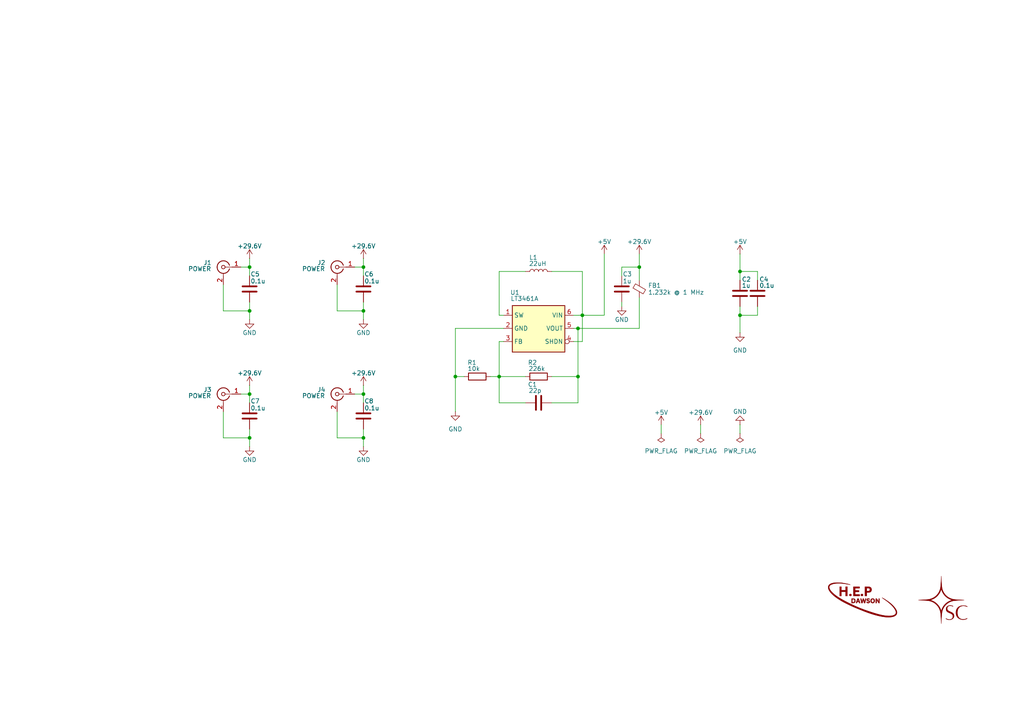
<source format=kicad_sch>
(kicad_sch (version 20231120) (generator "eeschema") (generator_version "8.0")
  (paper "A4")
  (title_block (title "Scintillating Chamber: Photomultiplier Bias Power Supply") (date "2025-02-25") (rev "1") (company "Alex Xia"))
  (lib_symbols
    (symbol "Connector:Conn_Coaxial" (pin_names (offset 1.016) hide)
      (property "Reference" "J" (at 0.254 3.048 0))
      (property "Value" "Conn_Coaxial" (at 2.921 0 90))
      (symbol "Conn_Coaxial_0_1"
        (arc (start -1.778 -0.508) (mid 0.2311 -1.8066) (end 1.778 0) (stroke (width 0.254)))
        (polyline (pts (xy -2.54 0) (xy -0.508 0)))
        (polyline (pts (xy 0 -2.54) (xy 0 -1.778)))
        (circle (center 0 0) (radius 0.508) (stroke (width 0.2032)))
        (arc (start 1.778 0) (mid 0.2099 1.8101) (end -1.778 0.508) (stroke (width 0.254)))
      )
      (symbol "Conn_Coaxial_1_1"
        (pin passive line (at -5.08 0 0) (length 2.54) (name "In") (number "1"))
        (pin passive line (at 0 -5.08 90) (length 2.54) (name "Ext") (number "2"))
      )
    )
    (symbol "Device:C" (pin_numbers hide) (pin_names (offset 0.254))
      (property "Reference" "C" (at 0.635 2.54 0))
      (property "Value" "C" (at 0.635 -2.54 0))
      (symbol "C_0_1"
        (polyline (pts (xy -2.032 -0.762) (xy 2.032 -0.762)) (stroke (width 0.508)))
        (polyline (pts (xy -2.032 0.762) (xy 2.032 0.762)) (stroke (width 0.508)))
      )
      (symbol "C_1_1"
        (pin passive line (at 0 3.81 270) (length 2.794) (name "~") (number "1"))
        (pin passive line (at 0 -3.81 90) (length 2.794) (name "~") (number "2"))
      )
    )
    (symbol "Device:FerriteBead_Small" (pin_numbers hide) (pin_names (offset 0))
      (property "Reference" "FB" (at 1.905 1.27 0))
      (property "Value" "FerriteBead_Small" (at 1.905 -1.27 0))
      (symbol "FerriteBead_Small_0_1"
        (polyline (pts (xy 0 -1.27) (xy 0 -0.7874)))
        (polyline (pts (xy 0 0.889) (xy 0 1.2954)))
        (polyline (pts (xy -1.8288 0.2794) (xy -1.1176 1.4986) (xy 1.8288 -0.2032) (xy 1.1176 -1.4224) (xy -1.8288 0.2794)))
      )
      (symbol "FerriteBead_Small_1_1"
        (pin passive line (at 0 2.54 270) (length 1.27) (name "~") (number "1"))
        (pin passive line (at 0 -2.54 90) (length 1.27) (name "~") (number "2"))
      )
    )
    (symbol "Device:L" (pin_numbers hide) (pin_names (offset 1.016) hide)
      (property "Reference" "L" (at -1.27 0 90))
      (property "Value" "L" (at 1.905 0 90))
      (symbol "L_0_1"
        (arc (start 0 -2.54) (mid 0.6323 -1.905) (end 0 -1.27))
        (arc (start 0 -1.27) (mid 0.6323 -0.635) (end 0 0))
        (arc (start 0 0) (mid 0.6323 0.635) (end 0 1.27))
        (arc (start 0 1.27) (mid 0.6323 1.905) (end 0 2.54))
      )
      (symbol "L_1_1"
        (pin passive line (at 0 3.81 270) (length 1.27) (name "1") (number "1"))
        (pin passive line (at 0 -3.81 90) (length 1.27) (name "2") (number "2"))
      )
    )
    (symbol "Device:R" (pin_numbers hide) (pin_names (offset 0))
      (property "Reference" "R" (at 2.032 0 90))
      (property "Value" "R" (at 0 0 90))
      (symbol "R_0_1"
        (rectangle (start -1.016 -2.54) (end 1.016 2.54) (stroke (width 0.254)))
      )
      (symbol "R_1_1"
        (pin passive line (at 0 3.81 270) (length 1.27) (name "~") (number "1"))
        (pin passive line (at 0 -3.81 90) (length 1.27) (name "~") (number "2"))
      )
    )
    (symbol "hep:LOGO" (pin_names (offset 1.016))
      (symbol "LOGO_0_0"
        (polyline (pts (xy -3.4339 1.1325) (xy -3.3475 1.1658) (xy -3.2761 1.2312) (xy -3.2274 1.3261) (xy -3.213 1.4336) (xy -3.2363 1.5415) (xy -3.2464 1.5629) (xy -3.3105 1.6425) (xy -3.3975 1.6937) (xy -3.4977 1.7167) (xy -3.6013 1.7117) (xy -3.6985 1.6788) (xy -3.7795 1.6183) (xy -3.8345 1.5303) (xy -3.8529 1.444) (xy -3.8415 1.3394) (xy -3.7978 1.2453) (xy -3.7271 1.1722) (xy -3.6347 1.1306) (xy -3.5407 1.1209) (xy -3.4339 1.1325)) (stroke (width 0.01)) (fill (type outline)))
        (polyline (pts (xy -0.1359 1.1267) (xy -0.0434 1.1491) (xy 0.0255 1.188) (xy 0.0923 1.2702) (xy 0.1297 1.3736) (xy 0.1274 1.4808) (xy 0.084 1.5824) (xy 0.077 1.5926) (xy 0.0088 1.6646) (xy -0.0753 1.7036) (xy -0.1874 1.7156) (xy -0.2359 1.7135) (xy -0.3496 1.6847) (xy -0.4325 1.6232) (xy -0.4832 1.5304) (xy -0.5005 1.4075) (xy -0.4923 1.3273) (xy -0.451 1.2351) (xy -0.3739 1.1696) (xy -0.2596 1.1294) (xy -0.2319 1.125) (xy -0.1359 1.1267)) (stroke (width 0.01)) (fill (type outline)))
        (polyline (pts (xy -6.1411 1.7385) (xy -6.1411 2.3481) (xy -5.5428 2.3481) (xy -4.9445 2.3481) (xy -4.9445 1.7385) (xy -4.9445 1.1289) (xy -4.6736 1.1289) (xy -4.4027 1.1289) (xy -4.4027 2.4723) (xy -4.4027 3.8156) (xy -4.6736 3.8156) (xy -4.9445 3.8156) (xy -4.9445 3.3076) (xy -4.9445 2.7996) (xy -5.5428 2.7996) (xy -6.1411 2.7996) (xy -6.1411 3.3076) (xy -6.1411 3.8156) (xy -6.4008 3.8156) (xy -6.6604 3.8156) (xy -6.6604 2.4723) (xy -6.6604 1.1289) (xy -6.4008 1.1289) (xy -6.1411 1.1289) (xy -6.1411 1.7385)) (stroke (width 0.01)) (fill (type outline)))
        (polyline (pts (xy -0.8579 1.3547) (xy -0.8579 1.5804) (xy -1.5014 1.5804) (xy -2.1449 1.5804) (xy -2.1449 1.9417) (xy -2.1449 2.3029) (xy -1.5917 2.3029) (xy -1.0386 2.3029) (xy -1.0386 2.517) (xy -1.0386 2.7311) (xy -1.5861 2.7372) (xy -2.1336 2.7432) (xy -2.1399 3.0536) (xy -2.1462 3.3641) (xy -1.5133 3.3641) (xy -0.8805 3.3641) (xy -0.8805 3.5899) (xy -0.8805 3.8156) (xy -1.7723 3.8156) (xy -2.6642 3.8156) (xy -2.6642 2.4723) (xy -2.6642 1.1289) (xy -1.7611 1.1289) (xy -0.8579 1.1289) (xy -0.8579 1.3547)) (stroke (width 0.01)) (fill (type outline)))
        (polyline (pts (xy 4.8994 -0.2721) (xy 4.8994 0.3838) (xy 4.7865 0.3838) (xy 4.6736 0.3838) (xy 4.6736 -0.0357) (xy 4.673 -0.1675) (xy 4.6704 -0.2962) (xy 4.6656 -0.384) (xy 4.6584 -0.4335) (xy 4.6488 -0.447) (xy 4.6451 -0.4442) (xy 4.6194 -0.4121) (xy 4.5751 -0.3492) (xy 4.5162 -0.2613) (xy 4.4466 -0.154) (xy 4.37 -0.0331) (xy 4.116 0.3725) (xy 3.9658 0.3792) (xy 3.8157 0.3859) (xy 3.8157 -0.2699) (xy 3.8157 -0.9257) (xy 3.9398 -0.9257) (xy 4.064 -0.9257) (xy 4.064 -0.4741) (xy 4.064 -0.446) (xy 4.0651 -0.3116) (xy 4.0676 -0.1955) (xy 4.0713 -0.1043) (xy 4.0758 -0.0448) (xy 4.0809 -0.0237) (xy 4.0875 -0.03) (xy 4.1154 -0.0684) (xy 4.1611 -0.137) (xy 4.2211 -0.2303) (xy 4.2919 -0.343) (xy 4.37 -0.4696) (xy 4.6421 -0.9144) (xy 4.7707 -0.9212) (xy 4.8994 -0.9279) (xy 4.8994 -0.2721)) (stroke (width 0.01)) (fill (type outline)))
        (polyline (pts (xy -2.8604 -0.9219) (xy -2.824 -0.9209) (xy -2.699 -0.9167) (xy -2.6073 -0.9113) (xy -2.5395 -0.9033) (xy -2.4862 -0.8912) (xy -2.4377 -0.8736) (xy -2.3846 -0.8489) (xy -2.2666 -0.7738) (xy -2.1743 -0.671) (xy -2.1136 -0.5411) (xy -2.0831 -0.3813) (xy -2.0816 -0.1887) (xy -2.0827 -0.1719) (xy -2.1102 -0.0058) (xy -2.1673 0.1289) (xy -2.257 0.2372) (xy -2.3819 0.3235) (xy -2.4201 0.3417) (xy -2.4632 0.3554) (xy -2.5184 0.365) (xy -2.5939 0.3716) (xy -2.6981 0.3762) (xy -2.8391 0.3799) (xy -3.206 0.3877) (xy -3.206 -0.2717) (xy -3.206 -0.6999) (xy -2.9587 -0.6999) (xy -2.9525 -0.2653) (xy -2.9464 0.1693) (xy -2.7883 0.1757) (xy -2.7589 0.1766) (xy -2.6686 0.1743) (xy -2.5983 0.1601) (xy -2.5287 0.1305) (xy -2.5172 0.1245) (xy -2.4331 0.063) (xy -2.3773 -0.0188) (xy -2.3465 -0.128) (xy -2.3374 -0.2714) (xy -2.3433 -0.3784) (xy -2.3703 -0.4907) (xy -2.4228 -0.5778) (xy -2.505 -0.649) (xy -2.5486 -0.674) (xy -2.5997 -0.6901) (xy -2.6689 -0.6979) (xy -2.7696 -0.6999) (xy -2.9587 -0.6999) (xy -3.206 -0.6999) (xy -3.206 -0.9312) (xy -2.8604 -0.9219)) (stroke (width 0.01)) (fill (type outline)))
        (polyline (pts (xy -1.6225 -0.7676) (xy -1.5716 -0.6096) (xy -1.3177 -0.6096) (xy -1.0638 -0.6096) (xy -1.0129 -0.7676) (xy -0.962 -0.9257) (xy -0.8309 -0.9257) (xy -0.7734 -0.9239) (xy -0.7209 -0.9178) (xy -0.7012 -0.9088) (xy -0.702 -0.9054) (xy -0.7137 -0.8684) (xy -0.738 -0.796) (xy -0.7729 -0.6934) (xy -0.8166 -0.5663) (xy -0.8673 -0.4199) (xy -0.923 -0.2596) (xy -1.1436 0.3725) (xy -1.313 0.3791) (xy -1.4823 0.3856) (xy -1.7012 -0.2531) (xy -1.7202 -0.3087) (xy -1.7439 -0.3782) (xy -1.4901 -0.3782) (xy -1.4901 -0.3758) (xy -1.4819 -0.3333) (xy -1.4625 -0.2657) (xy -1.4355 -0.1828) (xy -1.4043 -0.0944) (xy -1.3726 -0.0101) (xy -1.3437 0.0603) (xy -1.3214 0.1071) (xy -1.3091 0.1205) (xy -1.2966 0.0949) (xy -1.2739 0.0345) (xy -1.2446 -0.0511) (xy -1.2121 -0.1524) (xy -1.1331 -0.4064) (xy -1.3116 -0.4064) (xy -1.3348 -0.4063) (xy -1.4242 -0.4028) (xy -1.4744 -0.3937) (xy -1.4901 -0.3782) (xy -1.7439 -0.3782) (xy -1.7738 -0.4658) (xy -1.8216 -0.6073) (xy -1.8619 -0.7278) (xy -1.8928 -0.8218) (xy -1.9127 -0.8839) (xy -1.9196 -0.9088) (xy -1.9088 -0.9156) (xy -1.864 -0.9229) (xy -1.7962 -0.9257) (xy -1.6734 -0.9257) (xy -1.6225 -0.7676)) (stroke (width 0.01)) (fill (type outline)))
        (polyline (pts (xy 1.2192 1.6369) (xy 1.2192 2.1449) (xy 1.5784 2.1449) (xy 1.7257 2.146) (xy 1.8428 2.1499) (xy 1.9333 2.1575) (xy 2.0064 2.1694) (xy 2.0717 2.1866) (xy 2.2183 2.246) (xy 2.3673 2.3461) (xy 2.4823 2.4751) (xy 2.5625 2.6319) (xy 2.6069 2.815) (xy 2.6148 3.0232) (xy 2.6029 3.1428) (xy 2.5554 3.3259) (xy 2.4733 3.48) (xy 2.3566 3.6053) (xy 2.2051 3.7022) (xy 2.1842 3.7122) (xy 2.1142 3.7426) (xy 2.0436 3.7665) (xy 1.9659 3.7847) (xy 1.8749 3.7978) (xy 1.7641 3.8068) (xy 1.6273 3.8122) (xy 1.458 3.8149) (xy 1.25 3.8157) (xy 0.6773 3.8156) (xy 0.6773 2.9803) (xy 1.2192 2.9803) (xy 1.2192 3.4092) (xy 1.4168 3.4091) (xy 1.4464 3.4089) (xy 1.6141 3.4016) (xy 1.7569 3.3842) (xy 1.8683 3.3578) (xy 1.9416 3.3235) (xy 1.9599 3.3076) (xy 2.0075 3.2509) (xy 2.0506 3.1822) (xy 2.0571 3.1695) (xy 2.0848 3.1016) (xy 2.0954 3.033) (xy 2.0928 2.9418) (xy 2.0842 2.8681) (xy 2.0498 2.7523) (xy 1.9888 2.666) (xy 1.8969 2.6021) (xy 1.8837 2.5955) (xy 1.8369 2.576) (xy 1.7863 2.5632) (xy 1.7215 2.5557) (xy 1.6321 2.5522) (xy 1.5079 2.5513) (xy 1.2192 2.5513) (xy 1.2192 2.9803) (xy 0.6773 2.9803) (xy 0.6773 2.4723) (xy 0.6773 1.1289) (xy 0.9483 1.1289) (xy 1.2192 1.1289) (xy 1.2192 1.6369)) (stroke (width 0.01)) (fill (type outline)))
        (polyline (pts (xy 3.0658 -0.9236) (xy 3.2085 -0.8707) (xy 3.331 -0.7846) (xy 3.4271 -0.6688) (xy 3.4903 -0.5271) (xy 3.4914 -0.523) (xy 3.5111 -0.4134) (xy 3.5181 -0.2831) (xy 3.513 -0.1482) (xy 3.4963 -0.0249) (xy 3.4688 0.0707) (xy 3.4672 0.0742) (xy 3.387 0.2082) (xy 3.2786 0.3071) (xy 3.1414 0.3715) (xy 2.9749 0.4015) (xy 2.883 0.404) (xy 2.7171 0.3819) (xy 2.5779 0.3236) (xy 2.4652 0.2289) (xy 2.3788 0.0976) (xy 2.3554 0.0479) (xy 2.3336 -0.0112) (xy 2.3213 -0.0727) (xy 2.3159 -0.1507) (xy 2.3149 -0.2596) (xy 2.315 -0.2772) (xy 2.3159 -0.311) (xy 2.5742 -0.311) (xy 2.5756 -0.1919) (xy 2.5889 -0.0815) (xy 2.6145 0.0063) (xy 2.6273 0.0326) (xy 2.696 0.1201) (xy 2.7909 0.1717) (xy 2.9143 0.1889) (xy 2.9195 0.1889) (xy 3.0423 0.1705) (xy 3.1376 0.1168) (xy 3.2056 0.0275) (xy 3.2466 -0.0978) (xy 3.2608 -0.2592) (xy 3.2551 -0.3793) (xy 3.2277 -0.5038) (xy 3.1753 -0.5991) (xy 3.0955 -0.6714) (xy 3.0395 -0.7001) (xy 2.9308 -0.721) (xy 2.8187 -0.7065) (xy 2.7153 -0.6591) (xy 2.633 -0.5811) (xy 2.6052 -0.5217) (xy 2.5842 -0.4255) (xy 2.5742 -0.311) (xy 2.3159 -0.311) (xy 2.3178 -0.3881) (xy 2.3262 -0.47) (xy 2.3424 -0.5372) (xy 2.3686 -0.6041) (xy 2.4197 -0.6984) (xy 2.5124 -0.8033) (xy 2.6334 -0.8777) (xy 2.7884 -0.9257) (xy 2.9094 -0.9397) (xy 3.0658 -0.9236)) (stroke (width 0.01)) (fill (type outline)))
        (polyline (pts (xy 1.7415 -0.9324) (xy 1.8755 -0.8962) (xy 1.9838 -0.8321) (xy 2.0623 -0.743) (xy 2.1071 -0.6316) (xy 2.1141 -0.5006) (xy 2.0932 -0.391) (xy 2.0499 -0.3052) (xy 1.9787 -0.2393) (xy 1.8737 -0.1881) (xy 1.7295 -0.1466) (xy 1.652 -0.1276) (xy 1.5388 -0.094) (xy 1.4629 -0.0597) (xy 1.4195 -0.0212) (xy 1.4035 0.025) (xy 1.41 0.0826) (xy 1.4221 0.1123) (xy 1.4736 0.1612) (xy 1.552 0.1884) (xy 1.6481 0.1929) (xy 1.7527 0.1737) (xy 1.8567 0.1298) (xy 1.9437 0.0809) (xy 1.9983 0.1477) (xy 2.0193 0.1743) (xy 2.0483 0.2249) (xy 2.0451 0.2636) (xy 2.0109 0.3035) (xy 1.9727 0.3318) (xy 1.8693 0.3764) (xy 1.7438 0.4015) (xy 1.6091 0.4062) (xy 1.4783 0.3895) (xy 1.3643 0.3505) (xy 1.3111 0.3205) (xy 1.2265 0.2451) (xy 1.1796 0.1494) (xy 1.1662 0.0265) (xy 1.1676 -0.003) (xy 1.1979 -0.1213) (xy 1.267 -0.2171) (xy 1.3741 -0.2895) (xy 1.5184 -0.3378) (xy 1.553 -0.3457) (xy 1.678 -0.3791) (xy 1.7649 -0.4129) (xy 1.8192 -0.4498) (xy 1.8465 -0.4924) (xy 1.8587 -0.5604) (xy 1.8416 -0.6306) (xy 1.7944 -0.6818) (xy 1.7238 -0.7125) (xy 1.6364 -0.7213) (xy 1.5388 -0.7067) (xy 1.4379 -0.6673) (xy 1.3401 -0.6017) (xy 1.3237 -0.5882) (xy 1.2801 -0.5551) (xy 1.2566 -0.5419) (xy 1.2512 -0.5446) (xy 1.2237 -0.572) (xy 1.1849 -0.6194) (xy 1.1534 -0.665) (xy 1.1396 -0.7058) (xy 1.1503 -0.7429) (xy 1.1602 -0.7578) (xy 1.2157 -0.8084) (xy 1.2973 -0.8583) (xy 1.3913 -0.8999) (xy 1.4839 -0.9257) (xy 1.5859 -0.9381) (xy 1.7415 -0.9324)) (stroke (width 0.01)) (fill (type outline)))
        (polyline (pts (xy -0.0249 -0.841) (xy -0.022 -0.83) (xy -0.0056 -0.7668) (xy 0.0185 -0.6737) (xy 0.0475 -0.5613) (xy 0.0788 -0.4403) (xy 0.0804 -0.4342) (xy 0.1156 -0.2982) (xy 0.1415 -0.2) (xy 0.1598 -0.1337) (xy 0.1723 -0.0936) (xy 0.1808 -0.0739) (xy 0.1872 -0.0689) (xy 0.1931 -0.0727) (xy 0.1957 -0.0788) (xy 0.2089 -0.1198) (xy 0.2305 -0.1922) (xy 0.2582 -0.2879) (xy 0.2897 -0.3986) (xy 0.3226 -0.516) (xy 0.3548 -0.6318) (xy 0.3838 -0.738) (xy 0.4074 -0.8261) (xy 0.4232 -0.888) (xy 0.429 -0.9154) (xy 0.4481 -0.9205) (xy 0.501 -0.9242) (xy 0.5757 -0.9257) (xy 0.648 -0.9241) (xy 0.7019 -0.9196) (xy 0.7225 -0.9133) (xy 0.7245 -0.9025) (xy 0.7349 -0.8538) (xy 0.7528 -0.7723) (xy 0.7768 -0.6648) (xy 0.8053 -0.5381) (xy 0.8367 -0.3991) (xy 0.8694 -0.2546) (xy 0.902 -0.1115) (xy 0.9329 0.0234) (xy 0.9604 0.1433) (xy 0.9831 0.2413) (xy 0.9994 0.3106) (xy 1.0078 0.3443) (xy 1.0103 0.3579) (xy 1.0008 0.3745) (xy 0.9649 0.382) (xy 0.8933 0.3838) (xy 0.8409 0.3823) (xy 0.7881 0.3762) (xy 0.7677 0.367) (xy 0.7664 0.3546) (xy 0.7571 0.3023) (xy 0.7405 0.2201) (xy 0.7184 0.1162) (xy 0.6927 -0.0011) (xy 0.6651 -0.1236) (xy 0.6376 -0.2431) (xy 0.6121 -0.3513) (xy 0.5904 -0.4401) (xy 0.5743 -0.5011) (xy 0.5657 -0.5262) (xy 0.5641 -0.5274) (xy 0.5568 -0.5232) (xy 0.5465 -0.5024) (xy 0.532 -0.4612) (xy 0.5123 -0.3958) (xy 0.4861 -0.3021) (xy 0.4524 -0.1763) (xy 0.41 -0.0144) (xy 0.3577 0.1873) (xy 0.3065 0.3859) (xy 0.1941 0.3792) (xy 0.0816 0.3725) (xy -0.0237 -0.0486) (xy -0.0249 -0.0536) (xy -0.0587 -0.1872) (xy -0.0897 -0.3074) (xy -0.116 -0.4066) (xy -0.1354 -0.4772) (xy -0.1461 -0.5115) (xy -0.1479 -0.5156) (xy -0.1556 -0.5311) (xy -0.1631 -0.5351) (xy -0.1718 -0.5229) (xy -0.1831 -0.4899) (xy -0.1984 -0.4314) (xy -0.2191 -0.3428) (xy -0.2465 -0.2193) (xy -0.2821 -0.0564) (xy -0.3755 0.3725) (xy -0.5021 0.3793) (xy -0.6286 0.386) (xy -0.5981 0.2551) (xy -0.5921 0.2293) (xy -0.5739 0.1501) (xy -0.5486 0.0392) (xy -0.518 -0.095) (xy -0.484 -0.2444) (xy -0.4484 -0.4008) (xy -0.3293 -0.9257) (xy -0.1881 -0.9257) (xy -0.0469 -0.9257) (xy -0.0249 -0.841)) (stroke (width 0.01)) (fill (type outline)))
        (polyline (pts (xy 7.6789 -5.0302) (xy 8.0764 -5.0097) (xy 8.436 -4.9672) (xy 8.7588 -4.9025) (xy 9.0459 -4.8153) (xy 9.2983 -4.7053) (xy 9.5172 -4.5724) (xy 9.5533 -4.5458) (xy 9.6913 -4.4244) (xy 9.8007 -4.287) (xy 9.8934 -4.1192) (xy 9.9207 -4.0587) (xy 9.9458 -3.9904) (xy 9.9612 -3.9217) (xy 9.9702 -3.8377) (xy 9.9756 -3.7233) (xy 9.9779 -3.6043) (xy 9.9733 -3.5006) (xy 9.9598 -3.4076) (xy 9.9356 -3.3074) (xy 9.8642 -3.1014) (xy 9.75 -2.8625) (xy 9.5991 -2.6088) (xy 9.4133 -2.343) (xy 9.1947 -2.0677) (xy 8.9449 -1.7857) (xy 8.6661 -1.4997) (xy 8.6016 -1.4369) (xy 8.4015 -1.2483) (xy 8.2019 -1.0707) (xy 7.9962 -0.8988) (xy 7.7775 -0.7272) (xy 7.5392 -0.5506) (xy 7.2745 -0.3636) (xy 6.9765 -0.1609) (xy 6.9731 -0.1586) (xy 6.8288 -0.0633) (xy 6.6752 0.0356) (xy 6.5171 0.1355) (xy 6.3591 0.2333) (xy 6.206 0.3264) (xy 6.0625 0.412) (xy 5.9334 0.4871) (xy 5.8233 0.549) (xy 5.737 0.5949) (xy 5.6792 0.6219) (xy 5.6546 0.6273) (xy 5.6545 0.6267) (xy 5.6736 0.6086) (xy 5.7246 0.5685) (xy 5.8031 0.51) (xy 5.9043 0.4364) (xy 6.0237 0.351) (xy 6.1568 0.2573) (xy 6.2652 0.1812) (xy 6.4243 0.0685) (xy 6.5826 -0.0445) (xy 6.7311 -0.1514) (xy 6.8605 -0.2457) (xy 6.9619 -0.3208) (xy 7.0737 -0.4055) (xy 7.5177 -0.7569) (xy 7.9233 -1.1034) (xy 8.2897 -1.4442) (xy 8.6164 -1.7787) (xy 8.9026 -2.1059) (xy 9.1476 -2.4252) (xy 9.3509 -2.7359) (xy 9.5118 -3.0371) (xy 9.6295 -3.3282) (xy 9.6747 -3.51) (xy 9.6844 -3.6962) (xy 9.6533 -3.8677) (xy 9.5827 -4.0239) (xy 9.4737 -4.1642) (xy 9.3275 -4.288) (xy 9.1454 -4.3948) (xy 8.9286 -4.484) (xy 8.6782 -4.555) (xy 8.3955 -4.6071) (xy 8.0816 -4.6399) (xy 7.7378 -4.6528) (xy 7.3653 -4.6451) (xy 6.9653 -4.6163) (xy 6.7752 -4.5967) (xy 6.4629 -4.558) (xy 6.1453 -4.5103) (xy 5.819 -4.4529) (xy 5.4808 -4.385) (xy 5.1274 -4.3056) (xy 4.7556 -4.2139) (xy 4.362 -4.1092) (xy 3.9433 -3.9907) (xy 3.4964 -3.8574) (xy 3.0179 -3.7087) (xy 2.5045 -3.5436) (xy 1.953 -3.3613) (xy 1.8677 -3.3327) (xy 1.3227 -3.1477) (xy 0.8132 -2.9699) (xy 0.3322 -2.7963) (xy -0.1278 -2.624) (xy -0.5739 -2.4502) (xy -1.0133 -2.2717) (xy -1.4534 -2.0858) (xy -1.9012 -1.8896) (xy -2.3641 -1.68) (xy -2.8493 -1.4541) (xy -3.3641 -1.2091) (xy -3.8121 -0.9919) (xy -4.3877 -0.7067) (xy -4.924 -0.4331) (xy -5.4229 -0.1699) (xy -5.8866 0.0843) (xy -6.3172 0.3308) (xy -6.7167 0.5707) (xy -7.0873 0.8055) (xy -7.4309 1.0364) (xy -7.7496 1.2647) (xy -8.0456 1.4917) (xy -8.3209 1.7187) (xy -8.5776 1.9469) (xy -8.8178 2.1777) (xy -8.9309 2.2935) (xy -9.1085 2.4909) (xy -9.256 2.6791) (xy -9.3793 2.8658) (xy -9.4845 3.0593) (xy -9.5113 3.1148) (xy -9.5864 3.2916) (xy -9.6343 3.4477) (xy -9.6574 3.5926) (xy -9.6582 3.7362) (xy -9.6564 3.7598) (xy -9.6255 3.9192) (xy -9.562 4.0604) (xy -9.4636 4.1858) (xy -9.3276 4.2981) (xy -9.1517 4.3999) (xy -8.9335 4.4936) (xy -8.8645 4.519) (xy -8.6519 4.5899) (xy -8.441 4.6476) (xy -8.224 4.6932) (xy -7.9931 4.728) (xy -7.7406 4.7532) (xy -7.4588 4.7702) (xy -7.14 4.78) (xy -7.0951 4.7808) (xy -6.8332 4.7834) (xy -6.5858 4.7814) (xy -6.3465 4.7741) (xy -6.1087 4.761) (xy -5.866 4.7415) (xy -5.6118 4.715) (xy -5.3396 4.6809) (xy -5.043 4.6386) (xy -4.7153 4.5875) (xy -4.3501 4.527) (xy -4.2344 4.5075) (xy -4.0651 4.4792) (xy -3.9131 4.4541) (xy -3.7836 4.4331) (xy -3.6823 4.4171) (xy -3.6145 4.4068) (xy -3.5858 4.4034) (xy -3.5758 4.4043) (xy -3.5752 4.4131) (xy -3.6122 4.4303) (xy -3.6819 4.4545) (xy -3.7797 4.4843) (xy -3.9007 4.5185) (xy -4.0402 4.5557) (xy -4.1934 4.5946) (xy -4.3554 4.6339) (xy -4.5217 4.6723) (xy -4.6873 4.7084) (xy -5.0601 4.7834) (xy -5.4881 4.8594) (xy -5.8917 4.9184) (xy -6.2801 4.9617) (xy -6.6624 4.9904) (xy -7.0477 5.0057) (xy -7.1435 5.0074) (xy -7.5924 5.0036) (xy -8.0038 4.9791) (xy -8.3773 4.9339) (xy -8.7128 4.8683) (xy -9.0099 4.7823) (xy -9.2682 4.6762) (xy -9.4875 4.55) (xy -9.6674 4.4039) (xy -9.8077 4.2381) (xy -9.908 4.0527) (xy -9.968 3.8479) (xy -9.9875 3.6237) (xy -9.9871 3.5932) (xy -9.9753 3.4276) (xy -9.9441 3.2693) (xy -9.8903 3.1043) (xy -9.8102 2.9191) (xy -9.7495 2.7987) (xy -9.5836 2.5243) (xy -9.3757 2.241) (xy -9.1272 1.9502) (xy -8.8392 1.6534) (xy -8.5132 1.3518) (xy -8.1504 1.047) (xy -7.7522 0.7401) (xy -7.6743 0.6832) (xy -7.4025 0.4918) (xy -7.1009 0.2895) (xy -6.7783 0.0816) (xy -6.4434 -0.1264) (xy -6.1049 -0.3289) (xy -5.7717 -0.5206) (xy -5.4525 -0.6959) (xy -5.4516 -0.6964) (xy -5.1643 -0.8471) (xy -4.8439 -1.0102) (xy -4.4985 -1.1818) (xy -4.1361 -1.3581) (xy -3.7649 -1.5353) (xy -3.3929 -1.7096) (xy -3.028 -1.8771) (xy -2.6785 -2.0341) (xy -2.3523 -2.1768) (xy -2.0575 -2.3013) (xy -1.898 -2.3672) (xy -1.4474 -2.5526) (xy -1.0334 -2.7221) (xy -0.6524 -2.8769) (xy -0.3008 -3.0185) (xy 0.025 -3.1482) (xy 0.3286 -3.2674) (xy 0.6137 -3.3776) (xy 0.8838 -3.4801) (xy 1.1426 -3.5763) (xy 1.3937 -3.6675) (xy 1.6407 -3.7553) (xy 1.8872 -3.8409) (xy 2.1368 -3.9258) (xy 2.3933 -4.0113) (xy 2.6242 -4.0866) (xy 3.269 -4.2856) (xy 3.8979 -4.4631) (xy 4.5075 -4.6182) (xy 5.0942 -4.7501) (xy 5.6547 -4.8581) (xy 6.1855 -4.9413) (xy 6.683 -4.9989) (xy 6.7589 -5.0052) (xy 6.9153 -5.0152) (xy 7.091 -5.0234) (xy 7.2695 -5.0293) (xy 7.4344 -5.0321) (xy 7.6789 -5.0302)) (stroke (width 0.01)) (fill (type outline)))
      )
    )
    (symbol "lt3461:LT3461A"
      (property "Reference" "U" (at -7.874 10.16 0))
      (property "Value" "LT3461A" (at -7.874 8.382 0))
      (symbol "LT3461A_0_1"
        (rectangle (start -7.62 6.604) (end 7.62 -6.858) (stroke (width 0.254)) (fill (type background)))
      )
      (symbol "LT3461A_1_1"
        (pin output line (at -10.16 3.81 0) (length 2.54) (name "SW") (number "1"))
        (pin power_in line (at -10.16 0 0) (length 2.54) (name "GND") (number "2"))
        (pin input line (at -10.16 -3.81 0) (length 2.54) (name "FB") (number "3"))
        (pin input inverted (at 10.16 -3.81 180) (length 2.54) (name "SHDN") (number "4"))
        (pin power_out line (at 10.16 0 180) (length 2.54) (name "VOUT") (number "5"))
        (pin power_in line (at 10.16 3.81 180) (length 2.54) (name "VIN") (number "6"))
      )
    )
    (symbol "power:+5V" (power) (pin_numbers hide) (pin_names (offset 0) hide)
      (property "Value" "+5V" (at 0 3.556 0))
      (symbol "+5V_0_1"
        (polyline (pts (xy -0.762 1.27) (xy 0 2.54)))
        (polyline (pts (xy 0 0) (xy 0 2.54)))
        (polyline (pts (xy 0 2.54) (xy 0.762 1.27)))
      )
      (symbol "+5V_1_1"
        (pin power_in line (at 0 0 90) (length 0) (name "~") (number "1"))
      )
    )
    (symbol "power:GND" (power) (pin_numbers hide) (pin_names (offset 0) hide)
      (property "Value" "GND" (at 0 -3.81 0))
      (symbol "GND_0_1"
        (polyline (pts (xy 0 0) (xy 0 -1.27) (xy 1.27 -1.27) (xy 0 -2.54) (xy -1.27 -1.27) (xy 0 -1.27)))
      )
      (symbol "GND_1_1"
        (pin power_in line (at 0 0 270) (length 0) (name "~") (number "1"))
      )
    )
    (symbol "power:PWR_FLAG" (power) (pin_numbers hide) (pin_names (offset 0) hide)
      (property "Value" "PWR_FLAG" (at 0 3.81 0))
      (symbol "PWR_FLAG_0_0"
        (pin power_out line (at 0 0 90) (length 0) (name "~") (number "1"))
      )
      (symbol "PWR_FLAG_0_1"
        (polyline (pts (xy 0 0) (xy 0 1.27) (xy -1.016 1.905) (xy 0 2.54) (xy 1.016 1.905) (xy 0 1.27)))
      )
    )
    (symbol "power_29.6V:+29.6V" (power) (pin_numbers hide) (pin_names (offset 0) hide)
      (property "Value" "+29.6V" (at 0 3.556 0))
      (symbol "+29.6V_0_1"
        (polyline (pts (xy -0.762 1.27) (xy 0 2.54)))
        (polyline (pts (xy 0 0) (xy 0 2.54)))
        (polyline (pts (xy 0 2.54) (xy 0.762 1.27)))
      )
      (symbol "+29.6V_1_1"
        (pin power_in line (at 0 0 90) (length 0) (name "~") (number "1"))
      )
    )
    (symbol "sc:LOGO" (pin_names (offset 1.016))
      (symbol "LOGO_0_0"
        (polyline (pts (xy 6.4919 -5.7339) (xy 6.6962 -5.7133) (xy 6.8714 -5.6828) (xy 6.9545 -5.6614) (xy 7.1055 -5.6115) (xy 7.244 -5.5529) (xy 7.3588 -5.4911) (xy 7.4385 -5.432) (xy 7.4718 -5.3812) (xy 7.4736 -5.3591) (xy 7.4644 -5.3432) (xy 7.4325 -5.3486) (xy 7.3681 -5.3775) (xy 7.2613 -5.4324) (xy 7.1548 -5.4846) (xy 6.9026 -5.5771) (xy 6.6352 -5.6299) (xy 6.3352 -5.6471) (xy 6.1636 -5.641) (xy 5.8469 -5.5912) (xy 5.563 -5.4925) (xy 5.3138 -5.3465) (xy 5.1012 -5.1544) (xy 4.9269 -4.9179) (xy 4.7927 -4.6384) (xy 4.7004 -4.3174) (xy 4.6886 -4.2533) (xy 4.663 -4.0348) (xy 4.6515 -3.7891) (xy 4.6539 -3.5374) (xy 4.6704 -3.3009) (xy 4.7008 -3.1008) (xy 4.7651 -2.864) (xy 4.8914 -2.5702) (xy 5.0596 -2.3178) (xy 5.2685 -2.108) (xy 5.5168 -1.9422) (xy 5.803 -1.8214) (xy 6.1259 -1.7471) (xy 6.2567 -1.7343) (xy 6.4908 -1.7359) (xy 6.7381 -1.7623) (xy 6.9808 -1.8104) (xy 7.201 -1.8772) (xy 7.3811 -1.9598) (xy 7.4776 -2.0157) (xy 7.4776 -1.9462) (xy 7.4761 -1.9263) (xy 7.4565 -1.8878) (xy 7.4042 -1.8535) (xy 7.3069 -1.8139) (xy 7.221 -1.7835) (xy 7.0107 -1.7212) (xy 6.8043 -1.6811) (xy 6.581 -1.6599) (xy 6.3203 -1.6543) (xy 6.1239 -1.6589) (xy 5.8728 -1.6816) (xy 5.647 -1.727) (xy 5.4275 -1.7993) (xy 5.1953 -1.9027) (xy 5.1578 -1.9218) (xy 4.899 -2.09) (xy 4.6745 -2.3028) (xy 4.4891 -2.5539) (xy 4.3476 -2.8369) (xy 4.2549 -3.1453) (xy 4.2264 -3.3406) (xy 4.2121 -3.5717) (xy 4.2122 -3.8145) (xy 4.2268 -4.046) (xy 4.2557 -4.2432) (xy 4.2605 -4.2646) (xy 4.3011 -4.4071) (xy 4.3577 -4.5657) (xy 4.4195 -4.7099) (xy 4.5461 -4.9276) (xy 4.743 -5.1617) (xy 4.9838 -5.3615) (xy 5.2645 -5.5241) (xy 5.5808 -5.6467) (xy 5.9286 -5.7265) (xy 6.0835 -5.741) (xy 6.2804 -5.7435) (xy 6.4919 -5.7339)) (stroke (width 0.01)) (fill (type outline)))
        (polyline (pts (xy 2.526 -5.7746) (xy 2.799 -5.7193) (xy 3.0464 -5.6203) (xy 3.2627 -5.4797) (xy 3.4422 -5.2999) (xy 3.5793 -5.0829) (xy 3.5999 -5.0394) (xy 3.633 -4.9556) (xy 3.652 -4.8726) (xy 3.6607 -4.7704) (xy 3.6627 -4.6289) (xy 3.6608 -4.5339) (xy 3.6387 -4.3381) (xy 3.5873 -4.1763) (xy 3.5005 -4.0334) (xy 3.3722 -3.894) (xy 3.2942 -3.8235) (xy 3.199 -3.7487) (xy 3.0931 -3.6796) (xy 2.9651 -3.6097) (xy 2.8039 -3.5323) (xy 2.5982 -3.441) (xy 2.4843 -3.3906) (xy 2.241 -3.2725) (xy 2.0487 -3.16) (xy 1.9026 -3.0482) (xy 1.7977 -2.9321) (xy 1.729 -2.8065) (xy 1.6918 -2.6666) (xy 1.6809 -2.5073) (xy 1.6834 -2.4376) (xy 1.7245 -2.2201) (xy 1.8147 -2.0343) (xy 1.9524 -1.8828) (xy 2.1361 -1.7681) (xy 2.2004 -1.7422) (xy 2.2887 -1.7205) (xy 2.3998 -1.7097) (xy 2.5519 -1.7071) (xy 2.6225 -1.7083) (xy 2.8519 -1.7299) (xy 3.0596 -1.7832) (xy 3.2714 -1.874) (xy 3.3111 -1.8937) (xy 3.3608 -1.9142) (xy 3.3797 -1.9075) (xy 3.3827 -1.8736) (xy 3.3817 -1.865) (xy 3.3442 -1.8158) (xy 3.2603 -1.7649) (xy 3.1409 -1.7157) (xy 2.9966 -1.6716) (xy 2.8382 -1.6358) (xy 2.6765 -1.6119) (xy 2.5222 -1.6031) (xy 2.4029 -1.6081) (xy 2.1474 -1.6544) (xy 1.9132 -1.7453) (xy 1.7083 -1.8764) (xy 1.5407 -2.0429) (xy 1.4183 -2.2403) (xy 1.4101 -2.2585) (xy 1.3797 -2.34) (xy 1.3616 -2.4262) (xy 1.353 -2.5352) (xy 1.3511 -2.6854) (xy 1.3519 -2.7772) (xy 1.3571 -2.8944) (xy 1.3698 -2.9807) (xy 1.393 -3.0538) (xy 1.43 -3.1316) (xy 1.4428 -3.1555) (xy 1.5237 -3.2795) (xy 1.6254 -3.3907) (xy 1.7554 -3.4943) (xy 1.921 -3.5956) (xy 2.1296 -3.6997) (xy 2.3887 -3.812) (xy 2.5236 -3.8692) (xy 2.766 -3.9846) (xy 2.9574 -4.0979) (xy 3.1026 -4.2147) (xy 3.2068 -4.3404) (xy 3.2749 -4.4805) (xy 3.312 -4.6403) (xy 3.3231 -4.8253) (xy 3.3204 -4.8977) (xy 3.2765 -5.1164) (xy 3.1805 -5.308) (xy 3.0341 -5.4697) (xy 2.8392 -5.5984) (xy 2.7619 -5.6337) (xy 2.6685 -5.6622) (xy 2.5557 -5.6798) (xy 2.4035 -5.6905) (xy 2.1869 -5.6909) (xy 1.9237 -5.6554) (xy 1.6768 -5.5745) (xy 1.4292 -5.4439) (xy 1.3006 -5.3644) (xy 1.3105 -5.4344) (xy 1.3202 -5.4591) (xy 1.3776 -5.5182) (xy 1.4757 -5.5817) (xy 1.6031 -5.6439) (xy 1.748 -5.6985) (xy 1.8991 -5.7397) (xy 1.9259 -5.7454) (xy 2.2331 -5.784) (xy 2.526 -5.7746)) (stroke (width 0.01)) (fill (type outline)))
        (polyline (pts (xy -0.0256 -6.2906) (xy -0.0197 -6.1289) (xy -0.0014 -5.7173) (xy 0.0212 -5.3142) (xy 0.0474 -4.9259) (xy 0.0767 -4.5587) (xy 0.1085 -4.2191) (xy 0.1422 -3.9134) (xy 0.1772 -3.6479) (xy 0.2129 -3.4291) (xy 0.2489 -3.2633) (xy 0.2604 -3.2202) (xy 0.4151 -2.7635) (xy 0.621 -2.3327) (xy 0.8745 -1.9316) (xy 1.172 -1.5636) (xy 1.51 -1.2323) (xy 1.8849 -0.9411) (xy 2.2932 -0.6936) (xy 2.7312 -0.4933) (xy 3.1955 -0.3437) (xy 3.277 -0.3249) (xy 3.4672 -0.2908) (xy 3.7081 -0.2569) (xy 3.994 -0.2239) (xy 4.3192 -0.1921) (xy 4.6783 -0.1622) (xy 5.0656 -0.1347) (xy 5.4755 -0.1101) (xy 5.9024 -0.0889) (xy 5.9995 -0.0845) (xy 6.1824 -0.0755) (xy 6.3403 -0.067) (xy 6.4645 -0.0595) (xy 6.5465 -0.0533) (xy 6.5777 -0.0492) (xy 6.576 -0.0481) (xy 6.5345 -0.0439) (xy 6.4449 -0.0385) (xy 6.3155 -0.0325) (xy 6.155 -0.0263) (xy 5.9719 -0.0202) (xy 5.8267 -0.0152) (xy 5.4727 0.0005) (xy 5.1032 0.0214) (xy 4.733 0.0463) (xy 4.3771 0.0743) (xy 4.0506 0.1043) (xy 3.7685 0.1352) (xy 3.4618 0.1824) (xy 2.9762 0.3018) (xy 2.52 0.4727) (xy 2.0928 0.6952) (xy 1.6941 0.9696) (xy 1.3234 1.2962) (xy 1.0447 1.6036) (xy 0.7758 1.9737) (xy 0.5479 2.3712) (xy 0.3671 2.7854) (xy 0.2393 3.2057) (xy 0.2203 3.2927) (xy 0.1799 3.5227) (xy 0.1412 3.8031) (xy 0.1048 4.1278) (xy 0.0712 4.4907) (xy 0.041 4.8856) (xy 0.0147 5.3065) (xy -0.0072 5.7472) (xy -0.0241 6.2017) (xy -0.0458 6.899) (xy -0.0684 6.35) (xy -0.0865 5.9441) (xy -0.1119 5.4615) (xy -0.1399 5.0112) (xy -0.1701 4.5972) (xy -0.2023 4.2232) (xy -0.2362 3.8932) (xy -0.2713 3.6109) (xy -0.3073 3.3803) (xy -0.344 3.2052) (xy -0.3446 3.2029) (xy -0.4915 2.7392) (xy -0.6891 2.3022) (xy -0.9339 1.8953) (xy -1.2223 1.5217) (xy -1.5505 1.1847) (xy -1.9151 0.8876) (xy -2.3125 0.6338) (xy -2.7389 0.4266) (xy -3.1908 0.2692) (xy -3.6646 0.165) (xy -3.7018 0.1592) (xy -3.7915 0.1462) (xy -3.8885 0.1337) (xy -4.0003 0.1211) (xy -4.1342 0.1075) (xy -4.2977 0.0922) (xy -4.4982 0.0746) (xy -4.743 0.0539) (xy -5.0396 0.0293) (xy -5.0422 0.0291) (xy -5.1905 0.0186) (xy -5.3812 0.0077) (xy -5.5976 -0.003) (xy -5.8231 -0.0125) (xy -6.0412 -0.02) (xy -6.1156 -0.0223) (xy -6.2941 -0.0284) (xy -6.4469 -0.0346) (xy -6.5656 -0.0403) (xy -6.6417 -0.0452) (xy -6.6669 -0.049) (xy -6.6584 -0.0508) (xy -6.601 -0.056) (xy -6.4971 -0.0629) (xy -6.395 -0.0688) (xy -3.175 -0.0688) (xy -3.1726 -0.0581) (xy -3.1257 -0.0328) (xy -3.0393 0.002) (xy -2.9228 0.0419) (xy -2.8666 0.0607) (xy -2.6369 0.149) (xy -2.3909 0.2585) (xy -2.1534 0.3777) (xy -1.9489 0.4951) (xy -1.7813 0.6068) (xy -1.4217 0.8929) (xy -1.0883 1.2223) (xy -0.7879 1.5867) (xy -0.5271 1.9774) (xy -0.3123 2.386) (xy -0.1504 2.8041) (xy -0.1478 2.8122) (xy -0.1134 2.9197) (xy -0.085 3.0072) (xy -0.0685 3.0563) (xy -0.0589 3.0562) (xy -0.0334 3.0139) (xy 0.0022 2.9316) (xy 0.0434 2.819) (xy 0.2165 2.3811) (xy 0.4534 1.9282) (xy 0.7358 1.5129) (xy 1.0628 1.1364) (xy 1.4331 0.7998) (xy 1.8458 0.5045) (xy 2.2996 0.2517) (xy 2.4135 0.1987) (xy 2.5808 0.1273) (xy 2.7419 0.0651) (xy 2.8736 0.0213) (xy 3.1211 -0.05) (xy 2.8312 -0.1461) (xy 2.812 -0.1525) (xy 2.3378 -0.3423) (xy 1.8945 -0.5807) (xy 1.4855 -0.8651) (xy 1.1137 -1.1927) (xy 0.7824 -1.5608) (xy 0.4946 -1.9667) (xy 0.2536 -2.4075) (xy 0.2293 -2.4599) (xy 0.1573 -2.6269) (xy 0.0879 -2.8015) (xy 0.0335 -2.9535) (xy 0.009 -3.0244) (xy -0.0268 -3.115) (xy -0.0544 -3.1685) (xy -0.0692 -3.175) (xy -0.0698 -3.1731) (xy -0.0869 -3.1206) (xy -0.1156 -3.031) (xy -0.15 -2.9227) (xy -0.1739 -2.8494) (xy -0.3538 -2.4096) (xy -0.5896 -1.9886) (xy -0.8816 -1.586) (xy -1.2301 -1.2015) (xy -1.2665 -1.1656) (xy -1.6497 -0.8287) (xy -2.053 -0.5474) (xy -2.4771 -0.3213) (xy -2.9228 -0.1499) (xy -2.9308 -0.1474) (xy -3.0383 -0.1132) (xy -3.1258 -0.0851) (xy -3.175 -0.0688) (xy -6.395 -0.0688) (xy -6.3552 -0.0711) (xy -6.1839 -0.08) (xy -5.9917 -0.0891) (xy -5.9835 -0.0895) (xy -5.6336 -0.1071) (xy -5.2793 -0.128) (xy -4.9312 -0.1513) (xy -4.5998 -0.1763) (xy -4.296 -0.2022) (xy -4.0301 -0.2281) (xy -3.813 -0.2533) (xy -3.5302 -0.2988) (xy -3.0524 -0.4194) (xy -2.6038 -0.5916) (xy -2.1834 -0.8158) (xy -1.7905 -1.0924) (xy -1.4243 -1.4218) (xy -1.4127 -1.4335) (xy -1.0909 -1.7968) (xy -0.8228 -2.1804) (xy -0.6048 -2.5905) (xy -0.4331 -3.0331) (xy -0.4272 -3.0512) (xy -0.3853 -3.1891) (xy -0.3475 -3.3303) (xy -0.3135 -3.4796) (xy -0.2827 -3.6415) (xy -0.2547 -3.8208) (xy -0.2289 -4.0221) (xy -0.2048 -4.25) (xy -0.1819 -4.5093) (xy -0.1598 -4.8046) (xy -0.1379 -5.1405) (xy -0.1158 -5.5218) (xy -0.0929 -5.9531) (xy -0.0687 -6.439) (xy -0.0464 -6.8989) (xy -0.0256 -6.2906)) (stroke (width 0.01)) (fill (type outline)))
      )
    )
  )
  (junction (at 72.39 114.3))
  (junction (at 167.64 109.22))
  (junction (at 185.42 77.47))
  (junction (at 214.63 78.74))
  (junction (at 105.41 114.3))
  (junction (at 144.78 109.22))
  (junction (at 72.39 127))
  (junction (at 72.39 77.47))
  (junction (at 105.41 90.17))
  (junction (at 105.41 127))
  (junction (at 167.64 95.25))
  (junction (at 105.41 77.47))
  (junction (at 132.08 109.22))
  (junction (at 72.39 90.17))
  (junction (at 168.91 91.44))
  (junction (at 214.63 91.44))
  (wire (pts (xy 185.42 77.47) (xy 185.42 81.28)))
  (wire (pts (xy 185.42 95.25) (xy 167.64 95.25)))
  (wire (pts (xy 219.71 88.9) (xy 219.71 91.44)))
  (wire (pts (xy 105.41 74.93) (xy 105.41 77.47)))
  (wire (pts (xy 97.79 127) (xy 105.41 127)))
  (wire (pts (xy 144.78 99.06) (xy 144.78 109.22)))
  (wire (pts (xy 69.85 114.3) (xy 72.39 114.3)))
  (wire (pts (xy 69.85 77.47) (xy 72.39 77.47)))
  (wire (pts (xy 219.71 91.44) (xy 214.63 91.44)))
  (wire (pts (xy 132.08 109.22) (xy 132.08 119.38)))
  (wire (pts (xy 168.91 78.74) (xy 168.91 91.44)))
  (wire (pts (xy 180.34 77.47) (xy 185.42 77.47)))
  (wire (pts (xy 146.05 91.44) (xy 144.78 91.44)))
  (wire (pts (xy 72.39 90.17) (xy 72.39 92.71)))
  (wire (pts (xy 219.71 78.74) (xy 214.63 78.74)))
  (wire (pts (xy 214.63 78.74) (xy 214.63 81.28)))
  (wire (pts (xy 214.63 125.73) (xy 214.63 123.19)))
  (wire (pts (xy 105.41 90.17) (xy 105.41 92.71)))
  (wire (pts (xy 132.08 109.22) (xy 134.62 109.22)))
  (wire (pts (xy 166.37 95.25) (xy 167.64 95.25)))
  (wire (pts (xy 144.78 109.22) (xy 144.78 116.84)))
  (wire (pts (xy 167.64 95.25) (xy 167.64 109.22)))
  (wire (pts (xy 102.87 114.3) (xy 105.41 114.3)))
  (wire (pts (xy 180.34 80.01) (xy 180.34 77.47)))
  (wire (pts (xy 219.71 81.28) (xy 219.71 78.74)))
  (wire (pts (xy 72.39 74.93) (xy 72.39 77.47)))
  (wire (pts (xy 144.78 78.74) (xy 152.4 78.74)))
  (wire (pts (xy 214.63 91.44) (xy 214.63 96.52)))
  (wire (pts (xy 185.42 73.66) (xy 185.42 77.47)))
  (wire (pts (xy 64.77 90.17) (xy 64.77 82.55)))
  (wire (pts (xy 191.77 123.19) (xy 191.77 125.73)))
  (wire (pts (xy 105.41 87.63) (xy 105.41 90.17)))
  (wire (pts (xy 214.63 91.44) (xy 214.63 88.9)))
  (wire (pts (xy 166.37 91.44) (xy 168.91 91.44)))
  (wire (pts (xy 105.41 114.3) (xy 105.41 116.84)))
  (wire (pts (xy 152.4 109.22) (xy 144.78 109.22)))
  (wire (pts (xy 144.78 99.06) (xy 146.05 99.06)))
  (wire (pts (xy 64.77 127) (xy 72.39 127)))
  (wire (pts (xy 180.34 87.63) (xy 180.34 88.9)))
  (wire (pts (xy 142.24 109.22) (xy 144.78 109.22)))
  (wire (pts (xy 160.02 116.84) (xy 167.64 116.84)))
  (wire (pts (xy 175.26 91.44) (xy 168.91 91.44)))
  (wire (pts (xy 102.87 77.47) (xy 105.41 77.47)))
  (wire (pts (xy 132.08 95.25) (xy 132.08 109.22)))
  (wire (pts (xy 214.63 73.66) (xy 214.63 78.74)))
  (wire (pts (xy 203.2 123.19) (xy 203.2 125.73)))
  (wire (pts (xy 146.05 95.25) (xy 132.08 95.25)))
  (wire (pts (xy 72.39 111.76) (xy 72.39 114.3)))
  (wire (pts (xy 185.42 86.36) (xy 185.42 95.25)))
  (wire (pts (xy 160.02 78.74) (xy 168.91 78.74)))
  (wire (pts (xy 97.79 90.17) (xy 97.79 82.55)))
  (wire (pts (xy 97.79 90.17) (xy 105.41 90.17)))
  (wire (pts (xy 105.41 124.46) (xy 105.41 127)))
  (wire (pts (xy 97.79 127) (xy 97.79 119.38)))
  (wire (pts (xy 72.39 77.47) (xy 72.39 80.01)))
  (wire (pts (xy 105.41 111.76) (xy 105.41 114.3)))
  (wire (pts (xy 175.26 73.66) (xy 175.26 91.44)))
  (wire (pts (xy 72.39 124.46) (xy 72.39 127)))
  (wire (pts (xy 167.64 109.22) (xy 160.02 109.22)))
  (wire (pts (xy 166.37 99.06) (xy 168.91 99.06)))
  (wire (pts (xy 72.39 127) (xy 72.39 129.54)))
  (wire (pts (xy 167.64 109.22) (xy 167.64 116.84)))
  (wire (pts (xy 64.77 90.17) (xy 72.39 90.17)))
  (wire (pts (xy 72.39 87.63) (xy 72.39 90.17)))
  (wire (pts (xy 64.77 127) (xy 64.77 119.38)))
  (wire (pts (xy 168.91 99.06) (xy 168.91 91.44)))
  (wire (pts (xy 152.4 116.84) (xy 144.78 116.84)))
  (wire (pts (xy 105.41 77.47) (xy 105.41 80.01)))
  (wire (pts (xy 144.78 91.44) (xy 144.78 78.74)))
  (wire (pts (xy 105.41 127) (xy 105.41 129.54)))
  (wire (pts (xy 72.39 114.3) (xy 72.39 116.84)))
  (symbol (lib_id "power:+5V") (at 191.77 123.19 0) (unit 1)
    (property "Reference" "#PWR09" (effects (hide yes)))
    (property "Value" "+5V" (at 191.77 119.634 0))
    (property "Description" "Power symbol creates a global label with name \"+5V\"" (effects (hide yes)))
  )
  (symbol (lib_id "power:GND") (at 214.63 96.52 0) (unit 1)
    (property "Reference" "#PWR07" (effects (hide yes)))
    (property "Value" "GND" (at 214.63 101.6 0))
    (property "Description" "Power symbol creates a global label with name \"GND\" , ground" (effects (hide yes)))
  )
  (symbol (lib_id "power:+5V") (at 175.26 73.66 0) (unit 1)
    (property "Reference" "#PWR04" (effects (hide yes)))
    (property "Value" "+5V" (at 175.26 70.104 0))
    (property "Description" "Power symbol creates a global label with name \"+5V\"" (effects (hide yes)))
  )
  (symbol (lib_id "power:GND") (at 180.34 88.9 0) (unit 1)
    (property "Reference" "#PWR08" (effects (hide yes)))
    (property "Value" "GND" (at 180.34 92.71 0))
    (property "Description" "Power symbol creates a global label with name \"GND\" , ground" (effects (hide yes)))
  )
  (symbol (lib_id "power_29.6V:+29.6V") (at 105.41 111.76 0) (unit 1)
    (property "Reference" "#PWR017" (effects (hide yes)))
    (property "Value" "+29.6V" (at 105.41 108.204 0))
    (property "Description" "Power symbol creates a global label with name \"+29.6V\"" (effects (hide yes)))
  )
  (symbol (lib_id "power:GND") (at 72.39 129.54 0) (unit 1)
    (property "Reference" "#PWR016" (effects (hide yes)))
    (property "Value" "GND" (at 72.39 133.35 0))
    (property "Description" "Power symbol creates a global label with name \"GND\" , ground" (effects (hide yes)))
  )
  (symbol (lib_id "Connector:Conn_Coaxial") (at 97.79 114.3 0) (mirror y) (unit 1)
    (property "Reference" "J4" (at 93.218 113.03 0))
    (property "Value" "POWER" (at 90.932 114.808 0))
    (property "Footprint" "sma:SMA_Amphenol_901-144_Vertical" (effects (hide yes)))
    (property "Description" "coaxial connector (BNC, SMA, SMB, SMC, Cinch/RCA, LEMO, ...)" (effects (hide yes)))
  )
  (symbol (lib_id "Connector:Conn_Coaxial") (at 97.79 77.47 0) (mirror y) (unit 1)
    (property "Reference" "J2" (at 93.218 76.2 0))
    (property "Value" "POWER" (at 90.932 77.978 0))
    (property "Footprint" "sma:SMA_Amphenol_901-144_Vertical" (effects (hide yes)))
    (property "Description" "coaxial connector (BNC, SMA, SMB, SMC, Cinch/RCA, LEMO, ...)" (effects (hide yes)))
  )
  (symbol (lib_id "power_29.6V:+29.6V") (at 72.39 111.76 0) (unit 1)
    (property "Reference" "#PWR015" (effects (hide yes)))
    (property "Value" "+29.6V" (at 72.39 108.204 0))
    (property "Description" "Power symbol creates a global label with name \"+29.6V\"" (effects (hide yes)))
  )
  (symbol (lib_id "Device:C") (at 219.71 85.09 0) (unit 1)
    (property "Reference" "C4" (at 220.218 81.026 0) (effects (justify left)))
    (property "Value" "0.1u" (at 220.218 82.8041 0) (effects (justify left)))
    (property "Footprint" "Capacitor_SMD:C_0805_2012Metric_Pad1.18x1.45mm_HandSolder" (effects (hide yes)))
    (property "Description" "Unpolarized capacitor" (effects (hide yes)))
  )
  (symbol (lib_id "sc:LOGO") (at 273.05 173.99 0) (unit 1)
    (property "Reference" "#G2" (effects (hide yes)))
    (property "Value" "LOGO" (effects (hide yes)))
  )
  (symbol (lib_id "power_29.6V:+29.6V") (at 72.39 74.93 0) (unit 1)
    (property "Reference" "#PWR012" (effects (hide yes)))
    (property "Value" "+29.6V" (at 72.39 71.374 0))
    (property "Description" "Power symbol creates a global label with name \"+29.6V\"" (effects (hide yes)))
  )
  (symbol (lib_id "power_29.6V:+29.6V") (at 185.42 73.66 0) (unit 1)
    (property "Reference" "#PWR03" (effects (hide yes)))
    (property "Value" "+29.6V" (at 185.42 70.104 0))
    (property "Description" "Power symbol creates a global label with name \"+29.6V\"" (effects (hide yes)))
  )
  (symbol (lib_id "Device:C") (at 180.34 83.82 0) (unit 1)
    (property "Reference" "C3" (at 180.594 79.502 0) (effects (justify left)))
    (property "Value" "1u" (at 180.594 81.5341 0) (effects (justify left)))
    (property "Footprint" "Capacitor_SMD:C_0805_2012Metric_Pad1.18x1.45mm_HandSolder" (effects (hide yes)))
    (property "Description" "Unpolarized capacitor" (effects (hide yes)))
  )
  (symbol (lib_id "lt3461:LT3461A") (at 156.21 95.25 0) (unit 1)
    (property "Reference" "U1" (at 149.352 84.836 0))
    (property "Value" "LT3461A" (at 152.146 86.614 0))
    (property "Footprint" "Package_TO_SOT_SMD:TSOT-23-6_HandSoldering" (effects (hide yes)))
    (property "Datasheet" "https://www.analog.com/media/en/technical-documentation/data-sheets/3461afa.pdf" (effects (hide yes)))
    (property "Description" "1.3MHz/3MHz Step-Up DC/DC Converters with Integrated Schottky in ThinSOT" (effects (hide yes)))
  )
  (symbol (lib_id "Device:FerriteBead_Small") (at 185.42 83.82 0) (unit 1)
    (property "Reference" "FB1" (at 187.96 82.804 0) (effects (justify left)))
    (property "Value" "1.232k @ 1 MHz" (at 187.96 84.7978 0) (effects (justify left)))
    (property "Footprint" "power:FB_TDK_VFS6045_2424_6060Metric_HandSoldering" (effects (hide yes)))
    (property "Description" "Ferrite bead, small symbol" (effects (hide yes)))
  )
  (symbol (lib_id "power:PWR_FLAG") (at 203.2 125.73 180) (unit 1)
    (property "Reference" "#FLG02" (effects (hide yes)))
    (property "Value" "PWR_FLAG" (at 203.2 130.81 0))
    (property "Description" "Special symbol for telling ERC where power comes from" (effects (hide yes)))
  )
  (symbol (lib_id "Connector:Conn_Coaxial") (at 64.77 114.3 0) (mirror y) (unit 1)
    (property "Reference" "J3" (at 60.198 113.03 0))
    (property "Value" "POWER" (at 57.912 114.808 0))
    (property "Footprint" "sma:SMA_Amphenol_901-144_Vertical" (effects (hide yes)))
    (property "Description" "coaxial connector (BNC, SMA, SMB, SMC, Cinch/RCA, LEMO, ...)" (effects (hide yes)))
  )
  (symbol (lib_id "Device:C") (at 72.39 120.65 0) (unit 1)
    (property "Reference" "C7" (at 72.644 116.332 0) (effects (justify left)))
    (property "Value" "0.1u" (at 72.644 118.3641 0) (effects (justify left)))
    (property "Footprint" "Capacitor_SMD:C_0805_2012Metric_Pad1.18x1.45mm_HandSolder" (effects (hide yes)))
    (property "Description" "Unpolarized capacitor" (effects (hide yes)))
  )
  (symbol (lib_id "Device:C") (at 105.41 83.82 0) (unit 1)
    (property "Reference" "C6" (at 105.664 79.502 0) (effects (justify left)))
    (property "Value" "0.1u" (at 105.664 81.5341 0) (effects (justify left)))
    (property "Footprint" "Capacitor_SMD:C_0805_2012Metric_Pad1.18x1.45mm_HandSolder" (effects (hide yes)))
    (property "Description" "Unpolarized capacitor" (effects (hide yes)))
  )
  (symbol (lib_id "Device:R") (at 138.43 109.22 90) (unit 1)
    (property "Reference" "R1" (at 136.906 105.156 90))
    (property "Value" "10k" (at 137.414 106.934 90))
    (property "Footprint" "Resistor_SMD:R_0805_2012Metric_Pad1.20x1.40mm_HandSolder" (effects (hide yes)))
    (property "Description" "Resistor" (effects (hide yes)))
  )
  (symbol (lib_id "Device:C") (at 105.41 120.65 0) (unit 1)
    (property "Reference" "C8" (at 105.664 116.332 0) (effects (justify left)))
    (property "Value" "0.1u" (at 105.664 118.3641 0) (effects (justify left)))
    (property "Footprint" "Capacitor_SMD:C_0805_2012Metric_Pad1.18x1.45mm_HandSolder" (effects (hide yes)))
    (property "Description" "Unpolarized capacitor" (effects (hide yes)))
  )
  (symbol (lib_id "Device:R") (at 156.21 109.22 90) (unit 1)
    (property "Reference" "R2" (at 154.432 105.156 90))
    (property "Value" "226k" (at 155.702 106.934 90))
    (property "Footprint" "Resistor_SMD:R_0805_2012Metric_Pad1.20x1.40mm_HandSolder" (effects (hide yes)))
    (property "Description" "Resistor" (effects (hide yes)))
  )
  (symbol (lib_id "power_29.6V:+29.6V") (at 105.41 74.93 0) (unit 1)
    (property "Reference" "#PWR013" (effects (hide yes)))
    (property "Value" "+29.6V" (at 105.41 71.374 0))
    (property "Description" "Power symbol creates a global label with name \"+29.6V\"" (effects (hide yes)))
  )
  (symbol (lib_id "power:GND") (at 72.39 92.71 0) (unit 1)
    (property "Reference" "#PWR01" (effects (hide yes)))
    (property "Value" "GND" (at 72.39 96.52 0))
    (property "Description" "Power symbol creates a global label with name \"GND\" , ground" (effects (hide yes)))
  )
  (symbol (lib_id "Connector:Conn_Coaxial") (at 64.77 77.47 0) (mirror y) (unit 1)
    (property "Reference" "J1" (at 60.198 76.2 0))
    (property "Value" "POWER" (at 57.912 77.978 0))
    (property "Footprint" "sma:SMA_Amphenol_901-144_Vertical" (effects (hide yes)))
    (property "Description" "coaxial connector (BNC, SMA, SMB, SMC, Cinch/RCA, LEMO, ...)" (effects (hide yes)))
  )
  (symbol (lib_id "Device:C") (at 214.63 85.09 0) (unit 1)
    (property "Reference" "C2" (at 215.138 81.026 0) (effects (justify left)))
    (property "Value" "1u" (at 215.138 82.8041 0) (effects (justify left)))
    (property "Footprint" "Capacitor_SMD:C_0805_2012Metric_Pad1.18x1.45mm_HandSolder" (effects (hide yes)))
    (property "Description" "Unpolarized capacitor" (effects (hide yes)))
  )
  (symbol (lib_id "power:+5V") (at 214.63 73.66 0) (unit 1)
    (property "Reference" "#PWR05" (effects (hide yes)))
    (property "Value" "+5V" (at 214.63 70.104 0))
    (property "Description" "Power symbol creates a global label with name \"+5V\"" (effects (hide yes)))
  )
  (symbol (lib_id "Device:L") (at 156.21 78.74 90) (unit 1)
    (property "Reference" "L1" (at 154.686 74.676 90))
    (property "Value" "22uH" (at 155.956 76.454 90))
    (property "Footprint" "power:L_Laird_TYS3015_HandSoldering" (effects (hide yes)))
    (property "Description" "Inductor" (effects (hide yes)))
  )
  (symbol (lib_id "power:GND") (at 105.41 92.71 0) (unit 1)
    (property "Reference" "#PWR014" (effects (hide yes)))
    (property "Value" "GND" (at 105.41 96.52 0))
    (property "Description" "Power symbol creates a global label with name \"GND\" , ground" (effects (hide yes)))
  )
  (symbol (lib_id "hep:LOGO") (at 250.19 173.99 0) (unit 1)
    (property "Reference" "#G1" (effects (hide yes)))
    (property "Value" "LOGO" (effects (hide yes)))
  )
  (symbol (lib_id "power:GND") (at 132.08 119.38 0) (unit 1)
    (property "Reference" "#PWR02" (effects (hide yes)))
    (property "Value" "GND" (at 132.08 124.46 0))
    (property "Description" "Power symbol creates a global label with name \"GND\" , ground" (effects (hide yes)))
  )
  (symbol (lib_id "power:GND") (at 105.41 129.54 0) (unit 1)
    (property "Reference" "#PWR018" (effects (hide yes)))
    (property "Value" "GND" (at 105.41 133.35 0))
    (property "Description" "Power symbol creates a global label with name \"GND\" , ground" (effects (hide yes)))
  )
  (symbol (lib_id "Device:C") (at 156.21 116.84 90) (unit 1)
    (property "Reference" "C1" (at 154.432 111.506 90))
    (property "Value" "22p" (at 155.194 113.284 90))
    (property "Footprint" "Capacitor_SMD:C_0805_2012Metric_Pad1.18x1.45mm_HandSolder" (effects (hide yes)))
    (property "Description" "Unpolarized capacitor" (effects (hide yes)))
  )
  (symbol (lib_id "power:GND") (at 214.63 123.19 180) (unit 1)
    (property "Reference" "#PWR011" (effects (hide yes)))
    (property "Value" "GND" (at 214.63 119.38 0))
    (property "Description" "Power symbol creates a global label with name \"GND\" , ground" (effects (hide yes)))
  )
  (symbol (lib_id "power:PWR_FLAG") (at 191.77 125.73 180) (unit 1)
    (property "Reference" "#FLG01" (effects (hide yes)))
    (property "Value" "PWR_FLAG" (at 191.77 130.81 0))
    (property "Description" "Special symbol for telling ERC where power comes from" (effects (hide yes)))
  )
  (symbol (lib_id "power:PWR_FLAG") (at 214.63 125.73 180) (unit 1)
    (property "Reference" "#FLG03" (effects (hide yes)))
    (property "Value" "PWR_FLAG" (at 214.63 130.81 0))
    (property "Description" "Special symbol for telling ERC where power comes from" (effects (hide yes)))
  )
  (symbol (lib_id "power_29.6V:+29.6V") (at 203.2 123.19 0) (unit 1)
    (property "Reference" "#PWR010" (effects (hide yes)))
    (property "Value" "+29.6V" (at 203.2 119.634 0))
    (property "Description" "Power symbol creates a global label with name \"+29.6V\"" (effects (hide yes)))
  )
  (symbol (lib_id "Device:C") (at 72.39 83.82 0) (unit 1)
    (property "Reference" "C5" (at 72.644 79.502 0) (effects (justify left)))
    (property "Value" "0.1u" (at 72.644 81.5341 0) (effects (justify left)))
    (property "Footprint" "Capacitor_SMD:C_0805_2012Metric_Pad1.18x1.45mm_HandSolder" (effects (hide yes)))
    (property "Description" "Unpolarized capacitor" (effects (hide yes)))
  )
)
</source>
